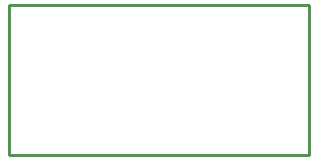
<source format=gbr>
G04 #@! TF.FileFunction,Profile,NP*
%FSLAX46Y46*%
G04 Gerber Fmt 4.6, Leading zero omitted, Abs format (unit mm)*
G04 Created by KiCad (PCBNEW 4.0.7) date 2018 March 08, Thursday 11:57:54*
%MOMM*%
%LPD*%
G01*
G04 APERTURE LIST*
%ADD10C,0.100000*%
%ADD11C,0.254000*%
G04 APERTURE END LIST*
D10*
D11*
X63500000Y-50800000D02*
X63500000Y-38100000D01*
X88900000Y-50800000D02*
X63500000Y-50800000D01*
X88900000Y-38100000D02*
X88900000Y-50800000D01*
X63500000Y-38100000D02*
X88900000Y-38100000D01*
M02*

</source>
